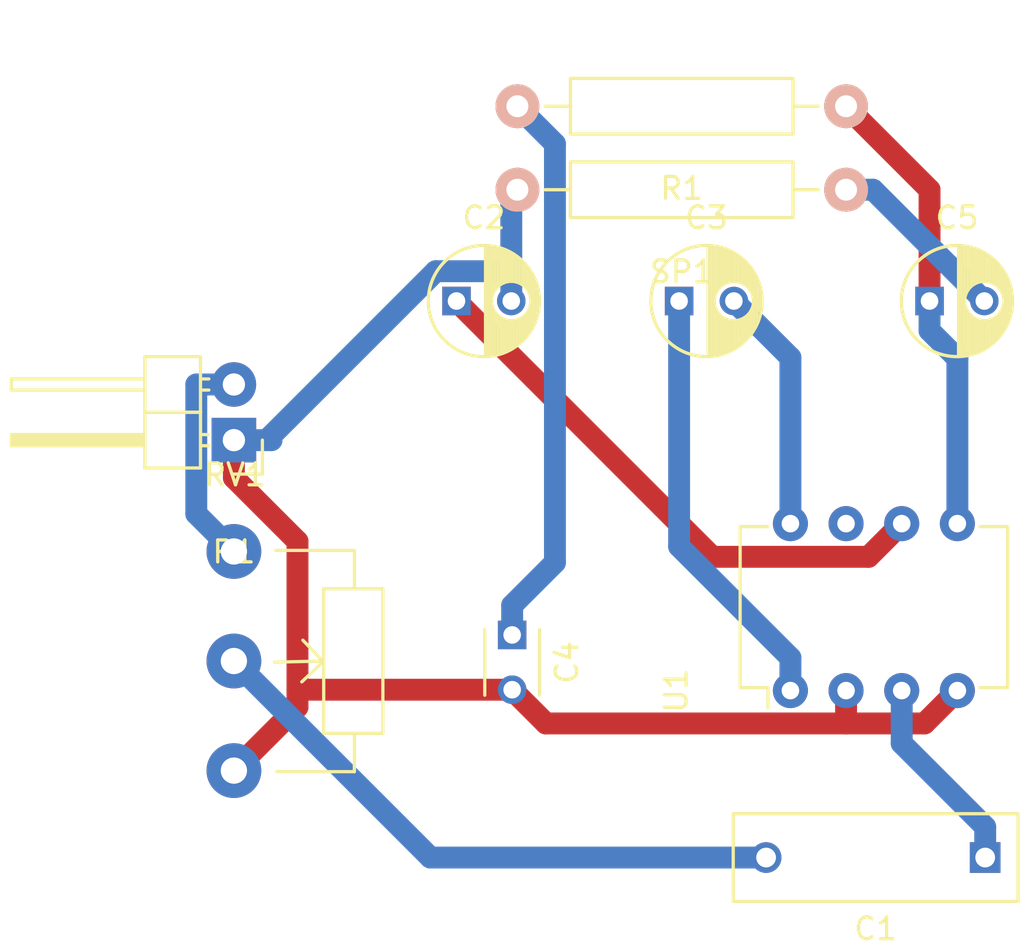
<source format=kicad_pcb>
(kicad_pcb (version 4) (host pcbnew 4.0.4-stable)

  (general
    (links 16)
    (no_connects 0)
    (area 127.554999 82.6545 174.695001 126.245)
    (thickness 1.6)
    (drawings 0)
    (tracks 45)
    (zones 0)
    (modules 10)
    (nets 12)
  )

  (page A4)
  (layers
    (0 F.Cu signal)
    (31 B.Cu signal)
    (32 B.Adhes user)
    (33 F.Adhes user)
    (34 B.Paste user)
    (35 F.Paste user)
    (36 B.SilkS user)
    (37 F.SilkS user)
    (38 B.Mask user)
    (39 F.Mask user)
    (40 Dwgs.User user)
    (41 Cmts.User user)
    (42 Eco1.User user)
    (43 Eco2.User user)
    (44 Edge.Cuts user)
    (45 Margin user)
    (46 B.CrtYd user)
    (47 F.CrtYd user)
    (48 B.Fab user)
    (49 F.Fab user)
  )

  (setup
    (last_trace_width 0.25)
    (trace_clearance 0.2)
    (zone_clearance 0.508)
    (zone_45_only no)
    (trace_min 0.2)
    (segment_width 0.2)
    (edge_width 0.15)
    (via_size 0.6)
    (via_drill 0.4)
    (via_min_size 0.4)
    (via_min_drill 0.3)
    (uvia_size 0.3)
    (uvia_drill 0.1)
    (uvias_allowed no)
    (uvia_min_size 0.2)
    (uvia_min_drill 0.1)
    (pcb_text_width 0.3)
    (pcb_text_size 1.5 1.5)
    (mod_edge_width 0.15)
    (mod_text_size 1 1)
    (mod_text_width 0.15)
    (pad_size 1.524 1.524)
    (pad_drill 0.762)
    (pad_to_mask_clearance 0.2)
    (aux_axis_origin 0 0)
    (visible_elements 7FFFFFFF)
    (pcbplotparams
      (layerselection 0x00030_80000001)
      (usegerberextensions false)
      (excludeedgelayer true)
      (linewidth 0.100000)
      (plotframeref false)
      (viasonmask false)
      (mode 1)
      (useauxorigin false)
      (hpglpennumber 1)
      (hpglpenspeed 20)
      (hpglpendiameter 15)
      (hpglpenoverlay 2)
      (psnegative false)
      (psa4output false)
      (plotreference true)
      (plotvalue true)
      (plotinvisibletext false)
      (padsonsilk false)
      (subtractmaskfromsilk false)
      (outputformat 1)
      (mirror false)
      (drillshape 1)
      (scaleselection 1)
      (outputdirectory ""))
  )

  (net 0 "")
  (net 1 "Net-(C1-Pad1)")
  (net 2 "Net-(C1-Pad2)")
  (net 3 VCC)
  (net 4 GNDREF)
  (net 5 "Net-(C3-Pad1)")
  (net 6 "Net-(C3-Pad2)")
  (net 7 "Net-(C4-Pad1)")
  (net 8 "Net-(C5-Pad1)")
  (net 9 "Net-(C5-Pad2)")
  (net 10 "Net-(P1-Pad2)")
  (net 11 "Net-(U1-Pad7)")

  (net_class Default "This is the default net class."
    (clearance 0.2)
    (trace_width 0.25)
    (via_dia 0.6)
    (via_drill 0.4)
    (uvia_dia 0.3)
    (uvia_drill 0.1)
    (add_net GNDREF)
    (add_net "Net-(C1-Pad1)")
    (add_net "Net-(C1-Pad2)")
    (add_net "Net-(C3-Pad1)")
    (add_net "Net-(C3-Pad2)")
    (add_net "Net-(C4-Pad1)")
    (add_net "Net-(C5-Pad1)")
    (add_net "Net-(C5-Pad2)")
    (add_net "Net-(P1-Pad2)")
    (add_net "Net-(U1-Pad7)")
    (add_net VCC)
  )

  (module Capacitors_ThroughHole:C_Rect_L13_W4_P10 (layer F.Cu) (tedit 0) (tstamp 582A1302)
    (at 172.72 121.92 180)
    (descr "Film Capacitor Length 13 x Width 4mm, Pitch 10mm")
    (tags Capacitor)
    (path /582AA363)
    (fp_text reference C1 (at 5 -3.25 180) (layer F.SilkS)
      (effects (font (size 1 1) (thickness 0.15)))
    )
    (fp_text value C (at 5 3.25 180) (layer F.Fab)
      (effects (font (size 1 1) (thickness 0.15)))
    )
    (fp_line (start -1.75 -2.25) (end 11.75 -2.25) (layer F.CrtYd) (width 0.05))
    (fp_line (start 11.75 -2.25) (end 11.75 2.25) (layer F.CrtYd) (width 0.05))
    (fp_line (start 11.75 2.25) (end -1.75 2.25) (layer F.CrtYd) (width 0.05))
    (fp_line (start -1.75 2.25) (end -1.75 -2.25) (layer F.CrtYd) (width 0.05))
    (fp_line (start -1.5 -2) (end 11.5 -2) (layer F.SilkS) (width 0.15))
    (fp_line (start 11.5 -2) (end 11.5 2) (layer F.SilkS) (width 0.15))
    (fp_line (start 11.5 2) (end -1.5 2) (layer F.SilkS) (width 0.15))
    (fp_line (start -1.5 2) (end -1.5 -2) (layer F.SilkS) (width 0.15))
    (pad 1 thru_hole rect (at 0 0 180) (size 1.4 1.4) (drill 0.9) (layers *.Cu *.Mask)
      (net 1 "Net-(C1-Pad1)"))
    (pad 2 thru_hole circle (at 10 0 180) (size 1.4 1.4) (drill 0.9) (layers *.Cu *.Mask)
      (net 2 "Net-(C1-Pad2)"))
    (model Capacitors_ThroughHole.3dshapes/C_Rect_L13_W4_P10.wrl
      (at (xyz 0 0 0))
      (scale (xyz 1 1 1))
      (rotate (xyz 0 0 0))
    )
  )

  (module Capacitors_ThroughHole:C_Radial_D5_L11_P2.5 (layer F.Cu) (tedit 0) (tstamp 582A1308)
    (at 148.59 96.52)
    (descr "Radial Electrolytic Capacitor Diameter 5mm x Length 11mm, Pitch 2.5mm")
    (tags "Electrolytic Capacitor")
    (path /582AB1FB)
    (fp_text reference C2 (at 1.25 -3.8) (layer F.SilkS)
      (effects (font (size 1 1) (thickness 0.15)))
    )
    (fp_text value CP1 (at 1.25 3.8) (layer F.Fab)
      (effects (font (size 1 1) (thickness 0.15)))
    )
    (fp_line (start 1.325 -2.499) (end 1.325 2.499) (layer F.SilkS) (width 0.15))
    (fp_line (start 1.465 -2.491) (end 1.465 2.491) (layer F.SilkS) (width 0.15))
    (fp_line (start 1.605 -2.475) (end 1.605 -0.095) (layer F.SilkS) (width 0.15))
    (fp_line (start 1.605 0.095) (end 1.605 2.475) (layer F.SilkS) (width 0.15))
    (fp_line (start 1.745 -2.451) (end 1.745 -0.49) (layer F.SilkS) (width 0.15))
    (fp_line (start 1.745 0.49) (end 1.745 2.451) (layer F.SilkS) (width 0.15))
    (fp_line (start 1.885 -2.418) (end 1.885 -0.657) (layer F.SilkS) (width 0.15))
    (fp_line (start 1.885 0.657) (end 1.885 2.418) (layer F.SilkS) (width 0.15))
    (fp_line (start 2.025 -2.377) (end 2.025 -0.764) (layer F.SilkS) (width 0.15))
    (fp_line (start 2.025 0.764) (end 2.025 2.377) (layer F.SilkS) (width 0.15))
    (fp_line (start 2.165 -2.327) (end 2.165 -0.835) (layer F.SilkS) (width 0.15))
    (fp_line (start 2.165 0.835) (end 2.165 2.327) (layer F.SilkS) (width 0.15))
    (fp_line (start 2.305 -2.266) (end 2.305 -0.879) (layer F.SilkS) (width 0.15))
    (fp_line (start 2.305 0.879) (end 2.305 2.266) (layer F.SilkS) (width 0.15))
    (fp_line (start 2.445 -2.196) (end 2.445 -0.898) (layer F.SilkS) (width 0.15))
    (fp_line (start 2.445 0.898) (end 2.445 2.196) (layer F.SilkS) (width 0.15))
    (fp_line (start 2.585 -2.114) (end 2.585 -0.896) (layer F.SilkS) (width 0.15))
    (fp_line (start 2.585 0.896) (end 2.585 2.114) (layer F.SilkS) (width 0.15))
    (fp_line (start 2.725 -2.019) (end 2.725 -0.871) (layer F.SilkS) (width 0.15))
    (fp_line (start 2.725 0.871) (end 2.725 2.019) (layer F.SilkS) (width 0.15))
    (fp_line (start 2.865 -1.908) (end 2.865 -0.823) (layer F.SilkS) (width 0.15))
    (fp_line (start 2.865 0.823) (end 2.865 1.908) (layer F.SilkS) (width 0.15))
    (fp_line (start 3.005 -1.78) (end 3.005 -0.745) (layer F.SilkS) (width 0.15))
    (fp_line (start 3.005 0.745) (end 3.005 1.78) (layer F.SilkS) (width 0.15))
    (fp_line (start 3.145 -1.631) (end 3.145 -0.628) (layer F.SilkS) (width 0.15))
    (fp_line (start 3.145 0.628) (end 3.145 1.631) (layer F.SilkS) (width 0.15))
    (fp_line (start 3.285 -1.452) (end 3.285 -0.44) (layer F.SilkS) (width 0.15))
    (fp_line (start 3.285 0.44) (end 3.285 1.452) (layer F.SilkS) (width 0.15))
    (fp_line (start 3.425 -1.233) (end 3.425 1.233) (layer F.SilkS) (width 0.15))
    (fp_line (start 3.565 -0.944) (end 3.565 0.944) (layer F.SilkS) (width 0.15))
    (fp_line (start 3.705 -0.472) (end 3.705 0.472) (layer F.SilkS) (width 0.15))
    (fp_circle (center 2.5 0) (end 2.5 -0.9) (layer F.SilkS) (width 0.15))
    (fp_circle (center 1.25 0) (end 1.25 -2.5375) (layer F.SilkS) (width 0.15))
    (fp_circle (center 1.25 0) (end 1.25 -2.8) (layer F.CrtYd) (width 0.05))
    (pad 1 thru_hole rect (at 0 0) (size 1.3 1.3) (drill 0.8) (layers *.Cu *.Mask)
      (net 3 VCC))
    (pad 2 thru_hole circle (at 2.5 0) (size 1.3 1.3) (drill 0.8) (layers *.Cu *.Mask)
      (net 4 GNDREF))
    (model Capacitors_ThroughHole.3dshapes/C_Radial_D5_L11_P2.5.wrl
      (at (xyz 0.049213 0 0))
      (scale (xyz 1 1 1))
      (rotate (xyz 0 0 90))
    )
  )

  (module Capacitors_ThroughHole:C_Radial_D5_L11_P2.5 (layer F.Cu) (tedit 0) (tstamp 582A130E)
    (at 158.75 96.52)
    (descr "Radial Electrolytic Capacitor Diameter 5mm x Length 11mm, Pitch 2.5mm")
    (tags "Electrolytic Capacitor")
    (path /582AA87A)
    (fp_text reference C3 (at 1.25 -3.8) (layer F.SilkS)
      (effects (font (size 1 1) (thickness 0.15)))
    )
    (fp_text value CP1 (at 1.25 3.8) (layer F.Fab)
      (effects (font (size 1 1) (thickness 0.15)))
    )
    (fp_line (start 1.325 -2.499) (end 1.325 2.499) (layer F.SilkS) (width 0.15))
    (fp_line (start 1.465 -2.491) (end 1.465 2.491) (layer F.SilkS) (width 0.15))
    (fp_line (start 1.605 -2.475) (end 1.605 -0.095) (layer F.SilkS) (width 0.15))
    (fp_line (start 1.605 0.095) (end 1.605 2.475) (layer F.SilkS) (width 0.15))
    (fp_line (start 1.745 -2.451) (end 1.745 -0.49) (layer F.SilkS) (width 0.15))
    (fp_line (start 1.745 0.49) (end 1.745 2.451) (layer F.SilkS) (width 0.15))
    (fp_line (start 1.885 -2.418) (end 1.885 -0.657) (layer F.SilkS) (width 0.15))
    (fp_line (start 1.885 0.657) (end 1.885 2.418) (layer F.SilkS) (width 0.15))
    (fp_line (start 2.025 -2.377) (end 2.025 -0.764) (layer F.SilkS) (width 0.15))
    (fp_line (start 2.025 0.764) (end 2.025 2.377) (layer F.SilkS) (width 0.15))
    (fp_line (start 2.165 -2.327) (end 2.165 -0.835) (layer F.SilkS) (width 0.15))
    (fp_line (start 2.165 0.835) (end 2.165 2.327) (layer F.SilkS) (width 0.15))
    (fp_line (start 2.305 -2.266) (end 2.305 -0.879) (layer F.SilkS) (width 0.15))
    (fp_line (start 2.305 0.879) (end 2.305 2.266) (layer F.SilkS) (width 0.15))
    (fp_line (start 2.445 -2.196) (end 2.445 -0.898) (layer F.SilkS) (width 0.15))
    (fp_line (start 2.445 0.898) (end 2.445 2.196) (layer F.SilkS) (width 0.15))
    (fp_line (start 2.585 -2.114) (end 2.585 -0.896) (layer F.SilkS) (width 0.15))
    (fp_line (start 2.585 0.896) (end 2.585 2.114) (layer F.SilkS) (width 0.15))
    (fp_line (start 2.725 -2.019) (end 2.725 -0.871) (layer F.SilkS) (width 0.15))
    (fp_line (start 2.725 0.871) (end 2.725 2.019) (layer F.SilkS) (width 0.15))
    (fp_line (start 2.865 -1.908) (end 2.865 -0.823) (layer F.SilkS) (width 0.15))
    (fp_line (start 2.865 0.823) (end 2.865 1.908) (layer F.SilkS) (width 0.15))
    (fp_line (start 3.005 -1.78) (end 3.005 -0.745) (layer F.SilkS) (width 0.15))
    (fp_line (start 3.005 0.745) (end 3.005 1.78) (layer F.SilkS) (width 0.15))
    (fp_line (start 3.145 -1.631) (end 3.145 -0.628) (layer F.SilkS) (width 0.15))
    (fp_line (start 3.145 0.628) (end 3.145 1.631) (layer F.SilkS) (width 0.15))
    (fp_line (start 3.285 -1.452) (end 3.285 -0.44) (layer F.SilkS) (width 0.15))
    (fp_line (start 3.285 0.44) (end 3.285 1.452) (layer F.SilkS) (width 0.15))
    (fp_line (start 3.425 -1.233) (end 3.425 1.233) (layer F.SilkS) (width 0.15))
    (fp_line (start 3.565 -0.944) (end 3.565 0.944) (layer F.SilkS) (width 0.15))
    (fp_line (start 3.705 -0.472) (end 3.705 0.472) (layer F.SilkS) (width 0.15))
    (fp_circle (center 2.5 0) (end 2.5 -0.9) (layer F.SilkS) (width 0.15))
    (fp_circle (center 1.25 0) (end 1.25 -2.5375) (layer F.SilkS) (width 0.15))
    (fp_circle (center 1.25 0) (end 1.25 -2.8) (layer F.CrtYd) (width 0.05))
    (pad 1 thru_hole rect (at 0 0) (size 1.3 1.3) (drill 0.8) (layers *.Cu *.Mask)
      (net 5 "Net-(C3-Pad1)"))
    (pad 2 thru_hole circle (at 2.5 0) (size 1.3 1.3) (drill 0.8) (layers *.Cu *.Mask)
      (net 6 "Net-(C3-Pad2)"))
    (model Capacitors_ThroughHole.3dshapes/C_Radial_D5_L11_P2.5.wrl
      (at (xyz 0.049213 0 0))
      (scale (xyz 1 1 1))
      (rotate (xyz 0 0 90))
    )
  )

  (module Capacitors_ThroughHole:C_Disc_D3_P2.5 (layer F.Cu) (tedit 0) (tstamp 582A1314)
    (at 151.13 111.76 270)
    (descr "Capacitor 3mm Disc, Pitch 2.5mm")
    (tags Capacitor)
    (path /582A9BFD)
    (fp_text reference C4 (at 1.25 -2.5 270) (layer F.SilkS)
      (effects (font (size 1 1) (thickness 0.15)))
    )
    (fp_text value C (at 1.25 2.5 270) (layer F.Fab)
      (effects (font (size 1 1) (thickness 0.15)))
    )
    (fp_line (start -0.9 -1.5) (end 3.4 -1.5) (layer F.CrtYd) (width 0.05))
    (fp_line (start 3.4 -1.5) (end 3.4 1.5) (layer F.CrtYd) (width 0.05))
    (fp_line (start 3.4 1.5) (end -0.9 1.5) (layer F.CrtYd) (width 0.05))
    (fp_line (start -0.9 1.5) (end -0.9 -1.5) (layer F.CrtYd) (width 0.05))
    (fp_line (start -0.25 -1.25) (end 2.75 -1.25) (layer F.SilkS) (width 0.15))
    (fp_line (start 2.75 1.25) (end -0.25 1.25) (layer F.SilkS) (width 0.15))
    (pad 1 thru_hole rect (at 0 0 270) (size 1.3 1.3) (drill 0.8) (layers *.Cu *.Mask)
      (net 7 "Net-(C4-Pad1)"))
    (pad 2 thru_hole circle (at 2.5 0 270) (size 1.3 1.3) (drill 0.8001) (layers *.Cu *.Mask)
      (net 4 GNDREF))
    (model Capacitors_ThroughHole.3dshapes/C_Disc_D3_P2.5.wrl
      (at (xyz 0.0492126 0 0))
      (scale (xyz 1 1 1))
      (rotate (xyz 0 0 0))
    )
  )

  (module Capacitors_ThroughHole:C_Radial_D5_L11_P2.5 (layer F.Cu) (tedit 0) (tstamp 582A131A)
    (at 170.18 96.52)
    (descr "Radial Electrolytic Capacitor Diameter 5mm x Length 11mm, Pitch 2.5mm")
    (tags "Electrolytic Capacitor")
    (path /582A9B1D)
    (fp_text reference C5 (at 1.25 -3.8) (layer F.SilkS)
      (effects (font (size 1 1) (thickness 0.15)))
    )
    (fp_text value CP1 (at 1.25 3.8) (layer F.Fab)
      (effects (font (size 1 1) (thickness 0.15)))
    )
    (fp_line (start 1.325 -2.499) (end 1.325 2.499) (layer F.SilkS) (width 0.15))
    (fp_line (start 1.465 -2.491) (end 1.465 2.491) (layer F.SilkS) (width 0.15))
    (fp_line (start 1.605 -2.475) (end 1.605 -0.095) (layer F.SilkS) (width 0.15))
    (fp_line (start 1.605 0.095) (end 1.605 2.475) (layer F.SilkS) (width 0.15))
    (fp_line (start 1.745 -2.451) (end 1.745 -0.49) (layer F.SilkS) (width 0.15))
    (fp_line (start 1.745 0.49) (end 1.745 2.451) (layer F.SilkS) (width 0.15))
    (fp_line (start 1.885 -2.418) (end 1.885 -0.657) (layer F.SilkS) (width 0.15))
    (fp_line (start 1.885 0.657) (end 1.885 2.418) (layer F.SilkS) (width 0.15))
    (fp_line (start 2.025 -2.377) (end 2.025 -0.764) (layer F.SilkS) (width 0.15))
    (fp_line (start 2.025 0.764) (end 2.025 2.377) (layer F.SilkS) (width 0.15))
    (fp_line (start 2.165 -2.327) (end 2.165 -0.835) (layer F.SilkS) (width 0.15))
    (fp_line (start 2.165 0.835) (end 2.165 2.327) (layer F.SilkS) (width 0.15))
    (fp_line (start 2.305 -2.266) (end 2.305 -0.879) (layer F.SilkS) (width 0.15))
    (fp_line (start 2.305 0.879) (end 2.305 2.266) (layer F.SilkS) (width 0.15))
    (fp_line (start 2.445 -2.196) (end 2.445 -0.898) (layer F.SilkS) (width 0.15))
    (fp_line (start 2.445 0.898) (end 2.445 2.196) (layer F.SilkS) (width 0.15))
    (fp_line (start 2.585 -2.114) (end 2.585 -0.896) (layer F.SilkS) (width 0.15))
    (fp_line (start 2.585 0.896) (end 2.585 2.114) (layer F.SilkS) (width 0.15))
    (fp_line (start 2.725 -2.019) (end 2.725 -0.871) (layer F.SilkS) (width 0.15))
    (fp_line (start 2.725 0.871) (end 2.725 2.019) (layer F.SilkS) (width 0.15))
    (fp_line (start 2.865 -1.908) (end 2.865 -0.823) (layer F.SilkS) (width 0.15))
    (fp_line (start 2.865 0.823) (end 2.865 1.908) (layer F.SilkS) (width 0.15))
    (fp_line (start 3.005 -1.78) (end 3.005 -0.745) (layer F.SilkS) (width 0.15))
    (fp_line (start 3.005 0.745) (end 3.005 1.78) (layer F.SilkS) (width 0.15))
    (fp_line (start 3.145 -1.631) (end 3.145 -0.628) (layer F.SilkS) (width 0.15))
    (fp_line (start 3.145 0.628) (end 3.145 1.631) (layer F.SilkS) (width 0.15))
    (fp_line (start 3.285 -1.452) (end 3.285 -0.44) (layer F.SilkS) (width 0.15))
    (fp_line (start 3.285 0.44) (end 3.285 1.452) (layer F.SilkS) (width 0.15))
    (fp_line (start 3.425 -1.233) (end 3.425 1.233) (layer F.SilkS) (width 0.15))
    (fp_line (start 3.565 -0.944) (end 3.565 0.944) (layer F.SilkS) (width 0.15))
    (fp_line (start 3.705 -0.472) (end 3.705 0.472) (layer F.SilkS) (width 0.15))
    (fp_circle (center 2.5 0) (end 2.5 -0.9) (layer F.SilkS) (width 0.15))
    (fp_circle (center 1.25 0) (end 1.25 -2.5375) (layer F.SilkS) (width 0.15))
    (fp_circle (center 1.25 0) (end 1.25 -2.8) (layer F.CrtYd) (width 0.05))
    (pad 1 thru_hole rect (at 0 0) (size 1.3 1.3) (drill 0.8) (layers *.Cu *.Mask)
      (net 8 "Net-(C5-Pad1)"))
    (pad 2 thru_hole circle (at 2.5 0) (size 1.3 1.3) (drill 0.8) (layers *.Cu *.Mask)
      (net 9 "Net-(C5-Pad2)"))
    (model Capacitors_ThroughHole.3dshapes/C_Radial_D5_L11_P2.5.wrl
      (at (xyz 0.049213 0 0))
      (scale (xyz 1 1 1))
      (rotate (xyz 0 0 90))
    )
  )

  (module Pin_Headers:Pin_Header_Angled_1x02 (layer F.Cu) (tedit 0) (tstamp 582A1320)
    (at 138.43 102.87 180)
    (descr "Through hole pin header")
    (tags "pin header")
    (path /582AC4E2)
    (fp_text reference P1 (at 0 -5.1 180) (layer F.SilkS)
      (effects (font (size 1 1) (thickness 0.15)))
    )
    (fp_text value CONN_01X02 (at 0 -3.1 180) (layer F.Fab)
      (effects (font (size 1 1) (thickness 0.15)))
    )
    (fp_line (start -1.5 -1.75) (end -1.5 4.3) (layer F.CrtYd) (width 0.05))
    (fp_line (start 10.65 -1.75) (end 10.65 4.3) (layer F.CrtYd) (width 0.05))
    (fp_line (start -1.5 -1.75) (end 10.65 -1.75) (layer F.CrtYd) (width 0.05))
    (fp_line (start -1.5 4.3) (end 10.65 4.3) (layer F.CrtYd) (width 0.05))
    (fp_line (start -1.3 -1.55) (end -1.3 0) (layer F.SilkS) (width 0.15))
    (fp_line (start 0 -1.55) (end -1.3 -1.55) (layer F.SilkS) (width 0.15))
    (fp_line (start 4.191 -0.127) (end 10.033 -0.127) (layer F.SilkS) (width 0.15))
    (fp_line (start 10.033 -0.127) (end 10.033 0.127) (layer F.SilkS) (width 0.15))
    (fp_line (start 10.033 0.127) (end 4.191 0.127) (layer F.SilkS) (width 0.15))
    (fp_line (start 4.191 0.127) (end 4.191 0) (layer F.SilkS) (width 0.15))
    (fp_line (start 4.191 0) (end 10.033 0) (layer F.SilkS) (width 0.15))
    (fp_line (start 1.524 -0.254) (end 1.143 -0.254) (layer F.SilkS) (width 0.15))
    (fp_line (start 1.524 0.254) (end 1.143 0.254) (layer F.SilkS) (width 0.15))
    (fp_line (start 1.524 2.286) (end 1.143 2.286) (layer F.SilkS) (width 0.15))
    (fp_line (start 1.524 2.794) (end 1.143 2.794) (layer F.SilkS) (width 0.15))
    (fp_line (start 1.524 -1.27) (end 4.064 -1.27) (layer F.SilkS) (width 0.15))
    (fp_line (start 1.524 1.27) (end 4.064 1.27) (layer F.SilkS) (width 0.15))
    (fp_line (start 1.524 1.27) (end 1.524 3.81) (layer F.SilkS) (width 0.15))
    (fp_line (start 1.524 3.81) (end 4.064 3.81) (layer F.SilkS) (width 0.15))
    (fp_line (start 4.064 2.286) (end 10.16 2.286) (layer F.SilkS) (width 0.15))
    (fp_line (start 10.16 2.286) (end 10.16 2.794) (layer F.SilkS) (width 0.15))
    (fp_line (start 10.16 2.794) (end 4.064 2.794) (layer F.SilkS) (width 0.15))
    (fp_line (start 4.064 3.81) (end 4.064 1.27) (layer F.SilkS) (width 0.15))
    (fp_line (start 4.064 1.27) (end 4.064 -1.27) (layer F.SilkS) (width 0.15))
    (fp_line (start 10.16 0.254) (end 4.064 0.254) (layer F.SilkS) (width 0.15))
    (fp_line (start 10.16 -0.254) (end 10.16 0.254) (layer F.SilkS) (width 0.15))
    (fp_line (start 4.064 -0.254) (end 10.16 -0.254) (layer F.SilkS) (width 0.15))
    (fp_line (start 1.524 1.27) (end 4.064 1.27) (layer F.SilkS) (width 0.15))
    (fp_line (start 1.524 -1.27) (end 1.524 1.27) (layer F.SilkS) (width 0.15))
    (pad 1 thru_hole rect (at 0 0 180) (size 2.032 2.032) (drill 1.016) (layers *.Cu *.Mask)
      (net 4 GNDREF))
    (pad 2 thru_hole oval (at 0 2.54 180) (size 2.032 2.032) (drill 1.016) (layers *.Cu *.Mask)
      (net 10 "Net-(P1-Pad2)"))
    (model Pin_Headers.3dshapes/Pin_Header_Angled_1x02.wrl
      (at (xyz 0 -0.05 0))
      (scale (xyz 1 1 1))
      (rotate (xyz 0 0 90))
    )
  )

  (module Resistors_ThroughHole:Resistor_Horizontal_RM15mm (layer F.Cu) (tedit 569FCEE8) (tstamp 582A1326)
    (at 166.37 87.63 180)
    (descr "Resistor, Axial, RM 15mm,")
    (tags "Resistor Axial RM 15mm")
    (path /582A9BDA)
    (fp_text reference R1 (at 7.5 -3.74904 180) (layer F.SilkS)
      (effects (font (size 1 1) (thickness 0.15)))
    )
    (fp_text value R (at 7.5 4.0005 180) (layer F.Fab)
      (effects (font (size 1 1) (thickness 0.15)))
    )
    (fp_line (start -1.25 1.5) (end -1.25 -1.5) (layer F.CrtYd) (width 0.05))
    (fp_line (start -1.25 -1.5) (end 16.25 -1.5) (layer F.CrtYd) (width 0.05))
    (fp_line (start 16.25 -1.5) (end 16.25 1.5) (layer F.CrtYd) (width 0.05))
    (fp_line (start 16.25 1.5) (end -1.25 1.5) (layer F.CrtYd) (width 0.05))
    (fp_line (start 2.42 -1.27) (end 2.42 1.27) (layer F.SilkS) (width 0.15))
    (fp_line (start 2.42 1.27) (end 12.58 1.27) (layer F.SilkS) (width 0.15))
    (fp_line (start 12.58 1.27) (end 12.58 -1.27) (layer F.SilkS) (width 0.15))
    (fp_line (start 12.58 -1.27) (end 2.42 -1.27) (layer F.SilkS) (width 0.15))
    (fp_line (start 13.73 0) (end 12.58 0) (layer F.SilkS) (width 0.15))
    (fp_line (start 1.27 0) (end 2.42 0) (layer F.SilkS) (width 0.15))
    (pad 1 thru_hole circle (at 0 0 180) (size 1.99898 1.99898) (drill 1.00076) (layers *.Cu *.SilkS *.Mask)
      (net 8 "Net-(C5-Pad1)"))
    (pad 2 thru_hole circle (at 15 0 180) (size 1.99898 1.99898) (drill 1.00076) (layers *.Cu *.SilkS *.Mask)
      (net 7 "Net-(C4-Pad1)"))
    (model Resistors_ThroughHole.3dshapes/Resistor_Horizontal_RM15mm.wrl
      (at (xyz 0.295 0 0))
      (scale (xyz 0.395 0.4 0.4))
      (rotate (xyz 0 0 0))
    )
  )

  (module Potentiometers:Potentiometer_WirePads_largePads (layer F.Cu) (tedit 5446FD75) (tstamp 582A132D)
    (at 138.43 107.95)
    (descr "Potentiometer, Wire Pads only, RevA, 30 July 2010,")
    (tags "Potentiometer, Wire Pads only, RevA, 30 July 2010,")
    (path /582AC6BD)
    (fp_text reference RV1 (at 0.0508 -3.49758) (layer F.SilkS)
      (effects (font (size 1 1) (thickness 0.15)))
    )
    (fp_text value POT (at -1.34874 13.25118) (layer F.Fab)
      (effects (font (size 1 1) (thickness 0.15)))
    )
    (fp_line (start 5.4991 10.05078) (end 1.95072 10.05078) (layer F.SilkS) (width 0.15))
    (fp_line (start 5.4991 8.30072) (end 5.4991 10.05078) (layer F.SilkS) (width 0.15))
    (fp_line (start 5.4991 1.7018) (end 5.4991 -0.04826) (layer F.SilkS) (width 0.15))
    (fp_line (start 5.4991 -0.04826) (end 1.89992 -0.04826) (layer F.SilkS) (width 0.15))
    (fp_line (start 4.09956 5.00126) (end 1.84912 5.05206) (layer F.SilkS) (width 0.15))
    (fp_line (start 4.09956 5.00126) (end 3.0988 5.95122) (layer F.SilkS) (width 0.15))
    (fp_line (start 4.09956 5.05206) (end 3.1496 4.0513) (layer F.SilkS) (width 0.15))
    (fp_line (start 4.09956 1.7018) (end 6.79958 1.7018) (layer F.SilkS) (width 0.15))
    (fp_line (start 6.79958 1.7018) (end 6.79958 8.30072) (layer F.SilkS) (width 0.15))
    (fp_line (start 6.79958 8.30072) (end 4.09956 8.30072) (layer F.SilkS) (width 0.15))
    (fp_line (start 4.09956 8.30072) (end 4.09956 1.7018) (layer F.SilkS) (width 0.15))
    (pad 2 thru_hole circle (at 0 5.00126) (size 2.49936 2.49936) (drill 1.19888) (layers *.Cu *.Mask)
      (net 2 "Net-(C1-Pad2)"))
    (pad 3 thru_hole circle (at 0 10.00252) (size 2.49936 2.49936) (drill 1.19888) (layers *.Cu *.Mask)
      (net 4 GNDREF))
    (pad 1 thru_hole circle (at 0 0) (size 2.49936 2.49936) (drill 1.19888) (layers *.Cu *.Mask)
      (net 10 "Net-(P1-Pad2)"))
  )

  (module Resistors_ThroughHole:Resistor_Horizontal_RM15mm (layer F.Cu) (tedit 569FCEE8) (tstamp 582A1333)
    (at 166.37 91.44 180)
    (descr "Resistor, Axial, RM 15mm,")
    (tags "Resistor Axial RM 15mm")
    (path /582AB75A)
    (fp_text reference SP1 (at 7.5 -3.74904 180) (layer F.SilkS)
      (effects (font (size 1 1) (thickness 0.15)))
    )
    (fp_text value SPEAKER (at 7.5 4.0005 180) (layer F.Fab)
      (effects (font (size 1 1) (thickness 0.15)))
    )
    (fp_line (start -1.25 1.5) (end -1.25 -1.5) (layer F.CrtYd) (width 0.05))
    (fp_line (start -1.25 -1.5) (end 16.25 -1.5) (layer F.CrtYd) (width 0.05))
    (fp_line (start 16.25 -1.5) (end 16.25 1.5) (layer F.CrtYd) (width 0.05))
    (fp_line (start 16.25 1.5) (end -1.25 1.5) (layer F.CrtYd) (width 0.05))
    (fp_line (start 2.42 -1.27) (end 2.42 1.27) (layer F.SilkS) (width 0.15))
    (fp_line (start 2.42 1.27) (end 12.58 1.27) (layer F.SilkS) (width 0.15))
    (fp_line (start 12.58 1.27) (end 12.58 -1.27) (layer F.SilkS) (width 0.15))
    (fp_line (start 12.58 -1.27) (end 2.42 -1.27) (layer F.SilkS) (width 0.15))
    (fp_line (start 13.73 0) (end 12.58 0) (layer F.SilkS) (width 0.15))
    (fp_line (start 1.27 0) (end 2.42 0) (layer F.SilkS) (width 0.15))
    (pad 1 thru_hole circle (at 0 0 180) (size 1.99898 1.99898) (drill 1.00076) (layers *.Cu *.SilkS *.Mask)
      (net 9 "Net-(C5-Pad2)"))
    (pad 2 thru_hole circle (at 15 0 180) (size 1.99898 1.99898) (drill 1.00076) (layers *.Cu *.SilkS *.Mask)
      (net 4 GNDREF))
    (model Resistors_ThroughHole.3dshapes/Resistor_Horizontal_RM15mm.wrl
      (at (xyz 0.295 0 0))
      (scale (xyz 0.395 0.4 0.4))
      (rotate (xyz 0 0 0))
    )
  )

  (module Housings_DIP:DIP-8_W7.62mm (layer F.Cu) (tedit 54130A77) (tstamp 582A133F)
    (at 163.83 114.3 90)
    (descr "8-lead dip package, row spacing 7.62 mm (300 mils)")
    (tags "dil dip 2.54 300")
    (path /582A97FB)
    (fp_text reference U1 (at 0 -5.22 90) (layer F.SilkS)
      (effects (font (size 1 1) (thickness 0.15)))
    )
    (fp_text value LM386 (at 0 -3.72 90) (layer F.Fab)
      (effects (font (size 1 1) (thickness 0.15)))
    )
    (fp_line (start -1.05 -2.45) (end -1.05 10.1) (layer F.CrtYd) (width 0.05))
    (fp_line (start 8.65 -2.45) (end 8.65 10.1) (layer F.CrtYd) (width 0.05))
    (fp_line (start -1.05 -2.45) (end 8.65 -2.45) (layer F.CrtYd) (width 0.05))
    (fp_line (start -1.05 10.1) (end 8.65 10.1) (layer F.CrtYd) (width 0.05))
    (fp_line (start 0.135 -2.295) (end 0.135 -1.025) (layer F.SilkS) (width 0.15))
    (fp_line (start 7.485 -2.295) (end 7.485 -1.025) (layer F.SilkS) (width 0.15))
    (fp_line (start 7.485 9.915) (end 7.485 8.645) (layer F.SilkS) (width 0.15))
    (fp_line (start 0.135 9.915) (end 0.135 8.645) (layer F.SilkS) (width 0.15))
    (fp_line (start 0.135 -2.295) (end 7.485 -2.295) (layer F.SilkS) (width 0.15))
    (fp_line (start 0.135 9.915) (end 7.485 9.915) (layer F.SilkS) (width 0.15))
    (fp_line (start 0.135 -1.025) (end -0.8 -1.025) (layer F.SilkS) (width 0.15))
    (pad 1 thru_hole oval (at 0 0 90) (size 1.6 1.6) (drill 0.8) (layers *.Cu *.Mask)
      (net 5 "Net-(C3-Pad1)"))
    (pad 2 thru_hole oval (at 0 2.54 90) (size 1.6 1.6) (drill 0.8) (layers *.Cu *.Mask)
      (net 4 GNDREF))
    (pad 3 thru_hole oval (at 0 5.08 90) (size 1.6 1.6) (drill 0.8) (layers *.Cu *.Mask)
      (net 1 "Net-(C1-Pad1)"))
    (pad 4 thru_hole oval (at 0 7.62 90) (size 1.6 1.6) (drill 0.8) (layers *.Cu *.Mask)
      (net 4 GNDREF))
    (pad 5 thru_hole oval (at 7.62 7.62 90) (size 1.6 1.6) (drill 0.8) (layers *.Cu *.Mask)
      (net 8 "Net-(C5-Pad1)"))
    (pad 6 thru_hole oval (at 7.62 5.08 90) (size 1.6 1.6) (drill 0.8) (layers *.Cu *.Mask)
      (net 3 VCC))
    (pad 7 thru_hole oval (at 7.62 2.54 90) (size 1.6 1.6) (drill 0.8) (layers *.Cu *.Mask)
      (net 11 "Net-(U1-Pad7)"))
    (pad 8 thru_hole oval (at 7.62 0 90) (size 1.6 1.6) (drill 0.8) (layers *.Cu *.Mask)
      (net 6 "Net-(C3-Pad2)"))
    (model Housings_DIP.3dshapes/DIP-8_W7.62mm.wrl
      (at (xyz 0 0 0))
      (scale (xyz 1 1 1))
      (rotate (xyz 0 0 0))
    )
  )

  (segment (start 168.91 116.7097) (end 172.72 120.5197) (width 1) (layer B.Cu) (net 1))
  (segment (start 168.91 114.3) (end 168.91 116.7097) (width 1) (layer B.Cu) (net 1))
  (segment (start 172.72 121.92) (end 172.72 120.5197) (width 1) (layer B.Cu) (net 1))
  (segment (start 147.3987 121.92) (end 162.72 121.92) (width 1) (layer B.Cu) (net 2))
  (segment (start 138.43 112.9513) (end 147.3987 121.92) (width 1) (layer B.Cu) (net 2))
  (segment (start 160.2651 108.1951) (end 148.59 96.52) (width 1) (layer F.Cu) (net 3))
  (segment (start 167.3949 108.1951) (end 160.2651 108.1951) (width 1) (layer F.Cu) (net 3))
  (segment (start 168.91 106.68) (end 167.3949 108.1951) (width 1) (layer F.Cu) (net 3))
  (segment (start 166.37 114.3) (end 166.37 115.8003) (width 1) (layer F.Cu) (net 4))
  (segment (start 138.43 102.87) (end 138.43 104.5863) (width 1) (layer F.Cu) (net 4))
  (segment (start 169.9497 115.8003) (end 166.37 115.8003) (width 1) (layer F.Cu) (net 4))
  (segment (start 171.45 114.3) (end 169.9497 115.8003) (width 1) (layer F.Cu) (net 4))
  (segment (start 152.6703 115.8003) (end 151.13 114.26) (width 1) (layer F.Cu) (net 4))
  (segment (start 166.37 115.8003) (end 152.6703 115.8003) (width 1) (layer F.Cu) (net 4))
  (segment (start 141.3318 114.26) (end 151.13 114.26) (width 1) (layer F.Cu) (net 4))
  (segment (start 141.3318 107.4881) (end 141.3318 114.26) (width 1) (layer F.Cu) (net 4))
  (segment (start 138.43 104.5863) (end 141.3318 107.4881) (width 1) (layer F.Cu) (net 4))
  (segment (start 141.3318 115.0507) (end 138.43 117.9525) (width 1) (layer F.Cu) (net 4))
  (segment (start 141.3318 114.26) (end 141.3318 115.0507) (width 1) (layer F.Cu) (net 4))
  (segment (start 138.43 102.87) (end 140.1463 102.87) (width 1) (layer B.Cu) (net 4))
  (segment (start 147.6423 95.1595) (end 151.09 95.1595) (width 1) (layer B.Cu) (net 4))
  (segment (start 140.1463 102.6555) (end 147.6423 95.1595) (width 1) (layer B.Cu) (net 4))
  (segment (start 140.1463 102.87) (end 140.1463 102.6555) (width 1) (layer B.Cu) (net 4))
  (segment (start 151.09 96.52) (end 151.09 95.1595) (width 1) (layer B.Cu) (net 4))
  (segment (start 151.09 91.72) (end 151.37 91.44) (width 1) (layer B.Cu) (net 4))
  (segment (start 151.09 95.1595) (end 151.09 91.72) (width 1) (layer B.Cu) (net 4))
  (segment (start 158.75 107.7197) (end 158.75 96.52) (width 1) (layer B.Cu) (net 5))
  (segment (start 163.83 112.7997) (end 158.75 107.7197) (width 1) (layer B.Cu) (net 5))
  (segment (start 163.83 114.3) (end 163.83 112.7997) (width 1) (layer B.Cu) (net 5))
  (segment (start 163.83 99.1) (end 161.25 96.52) (width 1) (layer B.Cu) (net 6))
  (segment (start 163.83 106.68) (end 163.83 99.1) (width 1) (layer B.Cu) (net 6))
  (segment (start 153.083 108.4567) (end 151.13 110.4097) (width 1) (layer B.Cu) (net 7))
  (segment (start 153.083 89.343) (end 153.083 108.4567) (width 1) (layer B.Cu) (net 7))
  (segment (start 151.37 87.63) (end 153.083 89.343) (width 1) (layer B.Cu) (net 7))
  (segment (start 151.13 111.76) (end 151.13 110.4097) (width 1) (layer B.Cu) (net 7))
  (segment (start 171.45 99.1403) (end 170.18 97.8703) (width 1) (layer B.Cu) (net 8))
  (segment (start 171.45 106.68) (end 171.45 99.1403) (width 1) (layer B.Cu) (net 8))
  (segment (start 170.18 96.52) (end 170.18 97.8703) (width 1) (layer B.Cu) (net 8))
  (segment (start 170.18 91.44) (end 170.18 96.52) (width 1) (layer F.Cu) (net 8))
  (segment (start 166.37 87.63) (end 170.18 91.44) (width 1) (layer F.Cu) (net 8))
  (segment (start 167.6 91.44) (end 172.68 96.52) (width 1) (layer B.Cu) (net 9))
  (segment (start 166.37 91.44) (end 167.6 91.44) (width 1) (layer B.Cu) (net 9))
  (segment (start 136.7137 106.2337) (end 136.7137 100.33) (width 1) (layer B.Cu) (net 10))
  (segment (start 138.43 107.95) (end 136.7137 106.2337) (width 1) (layer B.Cu) (net 10))
  (segment (start 138.43 100.33) (end 136.7137 100.33) (width 1) (layer B.Cu) (net 10))

)

</source>
